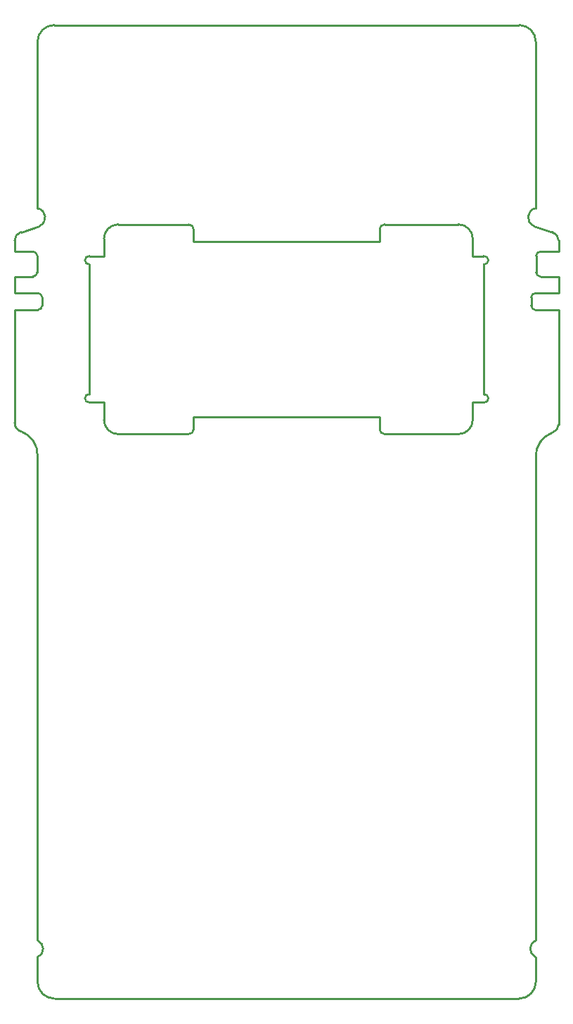
<source format=gbr>
%TF.GenerationSoftware,KiCad,Pcbnew,(5.1.9-0-10_14)*%
%TF.CreationDate,2023-02-23T17:57:17-08:00*%
%TF.ProjectId,integrator,696e7465-6772-4617-946f-722e6b696361,rev?*%
%TF.SameCoordinates,Original*%
%TF.FileFunction,Profile,NP*%
%FSLAX46Y46*%
G04 Gerber Fmt 4.6, Leading zero omitted, Abs format (unit mm)*
G04 Created by KiCad (PCBNEW (5.1.9-0-10_14)) date 2023-02-23 17:57:17*
%MOMM*%
%LPD*%
G01*
G04 APERTURE LIST*
%TA.AperFunction,Profile*%
%ADD10C,0.254000*%
%TD*%
G04 APERTURE END LIST*
D10*
X141949000Y-93170000D02*
X142249000Y-93170000D01*
X137549000Y-93170000D02*
X141949000Y-93170000D01*
X137629000Y-67970000D02*
X142249000Y-67970000D01*
X137629000Y-67970000D02*
X133749000Y-67970000D01*
X124048000Y-46000000D02*
X124048000Y-56000000D01*
X126048000Y-44000000D02*
G75*
G03*
X124048000Y-46000000I0J-2000000D01*
G01*
X124048000Y-56000000D02*
X124049000Y-66020000D01*
X124299741Y-68139250D02*
G75*
G03*
X124049000Y-66020000I-450509J1021156D01*
G01*
X185999071Y-93021722D02*
G75*
G03*
X184048400Y-95903706I1050213J-2811984D01*
G01*
X184049116Y-154031906D02*
X184048400Y-95903706D01*
X183798259Y-68139250D02*
G75*
G02*
X184049000Y-66020000I450509J1021156D01*
G01*
X186798884Y-74231906D02*
X186798884Y-76231906D01*
X186798884Y-71231906D02*
X184598884Y-71231906D01*
X186798884Y-76231906D02*
X183998884Y-76231906D01*
X186052853Y-68887262D02*
G75*
G02*
X186798884Y-69892301I-303969J-1005039D01*
G01*
X186798884Y-69892301D02*
X186798884Y-71231906D01*
X183498884Y-76731906D02*
G75*
G02*
X183998884Y-76231906I500000J0D01*
G01*
X183498884Y-76731906D02*
X183498884Y-77731906D01*
X183998884Y-78231906D02*
X186798884Y-78231906D01*
X184598884Y-74231906D02*
X186798884Y-74231906D01*
X183998884Y-78231906D02*
G75*
G02*
X183498884Y-77731906I0J500000D01*
G01*
X183798259Y-68139250D02*
X186052853Y-68887262D01*
X184098884Y-71731906D02*
G75*
G02*
X184598884Y-71231906I500000J0D01*
G01*
X184098884Y-71731906D02*
X184098884Y-73731906D01*
X184598884Y-74231906D02*
G75*
G02*
X184098884Y-73731906I0J500000D01*
G01*
X172199000Y-93170000D02*
X167249000Y-93170000D01*
X173249000Y-67970000D02*
X168659000Y-67970000D01*
X124048509Y-156068362D02*
G75*
G03*
X124049116Y-154031906I-449277J1018362D01*
G01*
X124048509Y-156068362D02*
X124050000Y-159031906D01*
X184049723Y-156068362D02*
G75*
G02*
X184049116Y-154031906I449277J1018362D01*
G01*
X165849000Y-93170000D02*
X167249000Y-93170000D01*
X172199000Y-93170000D02*
X174749000Y-93170000D01*
X174749000Y-67970000D02*
X173249000Y-67970000D01*
X165849000Y-67970000D02*
X168659000Y-67970000D01*
X132049000Y-89370000D02*
X132049000Y-91470000D01*
X132049000Y-89370000D02*
X130299000Y-89370000D01*
X130299000Y-89370000D02*
G75*
G02*
X130299000Y-88370000I-50000J500000D01*
G01*
X133749000Y-93170000D02*
G75*
G02*
X132049000Y-91470000I0J1700000D01*
G01*
X133749000Y-67970000D02*
G75*
G03*
X132049000Y-69670000I0J-1700000D01*
G01*
X132049000Y-71770000D02*
X132049000Y-69670000D01*
X132049000Y-71770000D02*
X130299000Y-71770000D01*
X130299000Y-71770000D02*
G75*
G03*
X130299000Y-72770000I-50000J-500000D01*
G01*
X176449000Y-89370000D02*
X176449000Y-91470000D01*
X177799000Y-89370000D02*
G75*
G03*
X177799000Y-88370000I50000J500000D01*
G01*
X176449000Y-89370000D02*
X177799000Y-89370000D01*
X174749000Y-93170000D02*
G75*
G03*
X176449000Y-91470000I0J1700000D01*
G01*
X174749000Y-67970000D02*
G75*
G02*
X176449000Y-69670000I0J-1700000D01*
G01*
X177799000Y-71770000D02*
G75*
G02*
X177799000Y-72770000I50000J-500000D01*
G01*
X176449000Y-71770000D02*
X177799000Y-71770000D01*
X176449000Y-71770000D02*
X176449000Y-69670000D01*
X133749000Y-93170000D02*
X137549000Y-93170000D01*
X142249000Y-93170000D02*
G75*
G03*
X142849000Y-92590000I10000J590000D01*
G01*
X165249000Y-91070000D02*
X165249000Y-92570000D01*
X165249000Y-91070000D02*
X142849000Y-91070000D01*
X142849000Y-91070000D02*
X142849000Y-92590000D01*
X165849000Y-93170000D02*
G75*
G02*
X165249000Y-92570000I0J600000D01*
G01*
X142849000Y-68570000D02*
G75*
G03*
X142249000Y-67970000I-600000J0D01*
G01*
X165849000Y-67970000D02*
G75*
G03*
X165249000Y-68570000I0J-600000D01*
G01*
X142849000Y-70070000D02*
X142849000Y-68570000D01*
X165249000Y-70070000D02*
X165249000Y-68570000D01*
X142849000Y-70070000D02*
X165249000Y-70070000D01*
X184049723Y-156068362D02*
X184050000Y-159031906D01*
X124049116Y-154031906D02*
X124050000Y-95745456D01*
X123499116Y-74231906D02*
G75*
G03*
X123999116Y-73731906I0J500000D01*
G01*
X123999116Y-71731906D02*
X123999116Y-73731906D01*
X123999116Y-71731906D02*
G75*
G03*
X123499116Y-71231906I-500000J0D01*
G01*
X124299741Y-68139250D02*
X122045147Y-68887262D01*
X124099116Y-78231906D02*
G75*
G03*
X124599116Y-77731906I0J500000D01*
G01*
X123499116Y-74231906D02*
X121299116Y-74231906D01*
X124099116Y-78231906D02*
X121299116Y-78231906D01*
X124599116Y-76731906D02*
X124599116Y-77731906D01*
X124599116Y-76731906D02*
G75*
G03*
X124099116Y-76231906I-500000J0D01*
G01*
X121299116Y-69892301D02*
X121299116Y-71231906D01*
X122045147Y-68887262D02*
G75*
G03*
X121299116Y-69892301I303969J-1005039D01*
G01*
X121299116Y-76231906D02*
X124099116Y-76231906D01*
X121299116Y-71231906D02*
X123499116Y-71231906D01*
X121299116Y-74231906D02*
X121299116Y-76231906D01*
X186798884Y-78231906D02*
X186799116Y-92001906D01*
X182049116Y-161032790D02*
X147379000Y-161021906D01*
X126148947Y-161028528D02*
X147379116Y-161021906D01*
X126148947Y-161028528D02*
G75*
G02*
X124050000Y-159031906I-99831J1996622D01*
G01*
X182049116Y-161032790D02*
G75*
G03*
X184050000Y-159031906I0J2000884D01*
G01*
X122139002Y-92877495D02*
G75*
G02*
X121299116Y-91831906I210114J1028898D01*
G01*
X121299116Y-91831906D02*
X121299116Y-78231906D01*
X122138625Y-92878462D02*
G75*
G02*
X124050000Y-95745456I-1089509J-2796994D01*
G01*
X185999071Y-93021721D02*
G75*
G03*
X186799116Y-92001906I-249955J1019815D01*
G01*
X184050000Y-56000000D02*
X184049000Y-66020000D01*
X130299000Y-72770000D02*
X130299000Y-88370000D01*
X182050000Y-44000000D02*
G75*
G02*
X184050000Y-46000000I0J-2000000D01*
G01*
X177799000Y-72770000D02*
X177799000Y-88370000D01*
X184050000Y-46000000D02*
X184050000Y-56000000D01*
X126048000Y-44000000D02*
X182050000Y-44000000D01*
M02*

</source>
